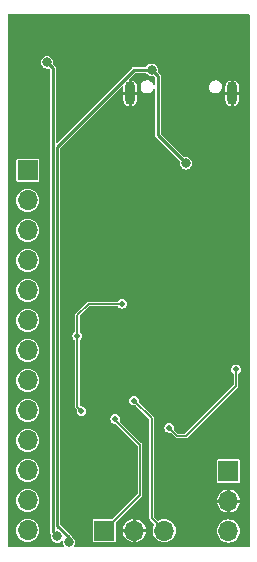
<source format=gbr>
%TF.GenerationSoftware,KiCad,Pcbnew,7.0.2*%
%TF.CreationDate,2023-07-30T01:50:32+02:00*%
%TF.ProjectId,RP2040_base_example,52503230-3430-45f6-9261-73655f657861,rev?*%
%TF.SameCoordinates,Original*%
%TF.FileFunction,Copper,L2,Bot*%
%TF.FilePolarity,Positive*%
%FSLAX46Y46*%
G04 Gerber Fmt 4.6, Leading zero omitted, Abs format (unit mm)*
G04 Created by KiCad (PCBNEW 7.0.2) date 2023-07-30 01:50:32*
%MOMM*%
%LPD*%
G01*
G04 APERTURE LIST*
%TA.AperFunction,ComponentPad*%
%ADD10R,1.700000X1.700000*%
%TD*%
%TA.AperFunction,ComponentPad*%
%ADD11O,1.700000X1.700000*%
%TD*%
%TA.AperFunction,ComponentPad*%
%ADD12O,0.900000X2.000000*%
%TD*%
%TA.AperFunction,ViaPad*%
%ADD13C,0.500000*%
%TD*%
%TA.AperFunction,ViaPad*%
%ADD14C,0.800000*%
%TD*%
%TA.AperFunction,Conductor*%
%ADD15C,0.127000*%
%TD*%
%TA.AperFunction,Conductor*%
%ADD16C,0.254000*%
%TD*%
G04 APERTURE END LIST*
D10*
%TO.P,J2,1,Pin_1*%
%TO.N,/RP2040-base/GPIO0*%
X62500000Y-55500000D03*
D11*
%TO.P,J2,2,Pin_2*%
%TO.N,/RP2040-base/GPIO1*%
X62500000Y-58040000D03*
%TO.P,J2,3,Pin_3*%
%TO.N,/RP2040-base/GPIO2*%
X62500000Y-60580000D03*
%TO.P,J2,4,Pin_4*%
%TO.N,/RP2040-base/GPIO3*%
X62500000Y-63120000D03*
%TO.P,J2,5,Pin_5*%
%TO.N,/RP2040-base/GPIO4*%
X62500000Y-65660000D03*
%TO.P,J2,6,Pin_6*%
%TO.N,/RP2040-base/GPIO5*%
X62500000Y-68200000D03*
%TO.P,J2,7,Pin_7*%
%TO.N,/RP2040-base/GPIO6*%
X62500000Y-70740000D03*
%TO.P,J2,8,Pin_8*%
%TO.N,/RP2040-base/GPIO7*%
X62500000Y-73280000D03*
%TO.P,J2,9,Pin_9*%
%TO.N,/RP2040-base/GPIO8*%
X62500000Y-75820000D03*
%TO.P,J2,10,Pin_10*%
%TO.N,/RP2040-base/GPIO9*%
X62500000Y-78360000D03*
%TO.P,J2,11,Pin_11*%
%TO.N,/RP2040-base/GPIO10*%
X62500000Y-80900000D03*
%TO.P,J2,12,Pin_12*%
%TO.N,/RP2040-base/GPIO11*%
X62500000Y-83440000D03*
%TO.P,J2,13,Pin_13*%
%TO.N,/RP2040-base/GPIO12*%
X62500000Y-85980000D03*
%TD*%
D12*
%TO.P,J3,S1,SHIELD*%
%TO.N,GND*%
X79820000Y-48960000D03*
X71180000Y-48960000D03*
%TD*%
D10*
%TO.P,SWD1,1,Pin_1*%
%TO.N,/RP2040-base/SWCLK*%
X68975000Y-86000000D03*
D11*
%TO.P,SWD1,2,Pin_2*%
%TO.N,GND*%
X71515000Y-86000000D03*
%TO.P,SWD1,3,Pin_3*%
%TO.N,/RP2040-base/SWD*%
X74055000Y-86000000D03*
%TD*%
D10*
%TO.P,J1,1,Pin_1*%
%TO.N,+3V3*%
X79500000Y-80960000D03*
D11*
%TO.P,J1,2,Pin_2*%
%TO.N,GND*%
X79500000Y-83500000D03*
%TO.P,J1,3,Pin_3*%
%TO.N,VBUS*%
X79500000Y-86040000D03*
%TD*%
D13*
%TO.N,GND*%
X67757359Y-84020815D03*
X73414214Y-70585786D03*
X74298097Y-72530330D03*
X80131728Y-69525126D03*
X69525126Y-61393398D03*
X68641243Y-79247845D03*
X76419417Y-76772971D03*
X77250000Y-66700000D03*
X69171573Y-72000000D03*
X69525126Y-79424621D03*
X74298097Y-71469670D03*
X79424621Y-68818019D03*
X72707107Y-56443651D03*
X79071068Y-74121320D03*
X68818019Y-62100505D03*
X68818019Y-64928932D03*
X70585786Y-80485281D03*
X72707107Y-54675884D03*
X72707107Y-52908117D03*
X73237437Y-73590990D03*
X70585786Y-70585786D03*
X67757359Y-78363961D03*
X66696699Y-82960155D03*
X67403806Y-67757359D03*
X68110913Y-62100505D03*
X76596194Y-65989592D03*
X80838835Y-70232233D03*
X72000000Y-69171573D03*
X70585786Y-73414214D03*
X76242641Y-64928932D03*
D14*
%TO.N,+3V3*%
X65000000Y-86500000D03*
X64135000Y-46355000D03*
D13*
X74474874Y-77303301D03*
X66696699Y-69525126D03*
X67050253Y-75889087D03*
X80131728Y-72353553D03*
X70479720Y-66802765D03*
%TO.N,/RP2040-base/SWCLK*%
X69900000Y-76550000D03*
%TO.N,/RP2040-base/SWD*%
X71500000Y-75000000D03*
D14*
%TO.N,VBUS*%
X75900000Y-54900000D03*
X66000000Y-87000000D03*
X73000000Y-47000000D03*
%TD*%
D15*
%TO.N,+3V3*%
X66696699Y-75535534D02*
X67050253Y-75889087D01*
X66696699Y-69525126D02*
X66696699Y-75535534D01*
X75181981Y-78010408D02*
X75889087Y-78010408D01*
X67651293Y-66802765D02*
X70479720Y-66802765D01*
X66696699Y-69525126D02*
X66696699Y-67757359D01*
X66696699Y-67757359D02*
X67651293Y-66802765D01*
X80131728Y-73767767D02*
X80131728Y-72353553D01*
D16*
X64619000Y-52070000D02*
X64619000Y-46839000D01*
X64619000Y-52070000D02*
X64619000Y-86119000D01*
D15*
X74474874Y-77303301D02*
X75181981Y-78010408D01*
X75889087Y-78010408D02*
X80131728Y-73767767D01*
D16*
X64619000Y-46839000D02*
X64135000Y-46355000D01*
X64619000Y-86119000D02*
X65000000Y-86500000D01*
D15*
%TO.N,/RP2040-base/SWCLK*%
X72000000Y-78747006D02*
X72000000Y-83000000D01*
X69000000Y-86000000D02*
X68975000Y-86000000D01*
X69900000Y-76550000D02*
X69900000Y-76647006D01*
X72000000Y-83000000D02*
X69000000Y-86000000D01*
X69900000Y-76647006D02*
X72000000Y-78747006D01*
%TO.N,/RP2040-base/SWD*%
X74055000Y-86000000D02*
X73000000Y-84945000D01*
X73000000Y-76500000D02*
X71500000Y-75000000D01*
X73000000Y-84945000D02*
X73000000Y-76500000D01*
D16*
%TO.N,VBUS*%
X65000000Y-53500000D02*
X71500000Y-47000000D01*
X66000000Y-87000000D02*
X66000000Y-86575104D01*
X73500000Y-52500000D02*
X75900000Y-54900000D01*
X73000000Y-47000000D02*
X73500000Y-47500000D01*
X73500000Y-47500000D02*
X73500000Y-52500000D01*
X66000000Y-86575104D02*
X65000000Y-85575104D01*
X71500000Y-47000000D02*
X73000000Y-47000000D01*
X65000000Y-85575104D02*
X65000000Y-53500000D01*
%TD*%
%TA.AperFunction,Conductor*%
%TO.N,GND*%
G36*
X81281194Y-42318806D02*
G01*
X81299500Y-42363000D01*
X81299500Y-87337000D01*
X81281194Y-87381194D01*
X81237000Y-87399500D01*
X66485091Y-87399500D01*
X66440897Y-87381194D01*
X66422591Y-87337000D01*
X66435506Y-87298953D01*
X66460770Y-87266027D01*
X66460769Y-87266027D01*
X66460771Y-87266026D01*
X66513923Y-87137705D01*
X66532052Y-87000000D01*
X66513958Y-86862558D01*
X67997500Y-86862558D01*
X68004898Y-86899748D01*
X68033078Y-86941922D01*
X68075252Y-86970102D01*
X68112442Y-86977500D01*
X68112443Y-86977500D01*
X69837557Y-86977500D01*
X69837558Y-86977500D01*
X69874748Y-86970102D01*
X69916922Y-86941922D01*
X69945102Y-86899748D01*
X69952500Y-86862558D01*
X69952500Y-86127000D01*
X70545782Y-86127000D01*
X70552136Y-86191522D01*
X70608003Y-86375692D01*
X70698724Y-86545419D01*
X70820813Y-86694186D01*
X70969580Y-86816275D01*
X71139307Y-86906996D01*
X71323477Y-86962863D01*
X71388000Y-86969217D01*
X71388000Y-86486881D01*
X71479237Y-86500000D01*
X71550763Y-86500000D01*
X71642000Y-86486881D01*
X71642000Y-86969217D01*
X71706522Y-86962863D01*
X71890692Y-86906996D01*
X72060419Y-86816275D01*
X72209186Y-86694186D01*
X72331275Y-86545419D01*
X72421996Y-86375692D01*
X72477863Y-86191522D01*
X72484218Y-86127000D01*
X71998818Y-86127000D01*
X72015000Y-86071889D01*
X72015000Y-85928111D01*
X71998818Y-85873000D01*
X72484217Y-85873000D01*
X72477863Y-85808477D01*
X72421996Y-85624307D01*
X72331275Y-85454580D01*
X72209186Y-85305813D01*
X72060419Y-85183724D01*
X71890692Y-85093003D01*
X71706524Y-85037136D01*
X71642000Y-85030780D01*
X71642000Y-85030781D01*
X71641999Y-85513117D01*
X71550763Y-85500000D01*
X71479237Y-85500000D01*
X71388000Y-85513118D01*
X71388000Y-85030781D01*
X71387999Y-85030780D01*
X71323475Y-85037136D01*
X71139307Y-85093003D01*
X70969580Y-85183724D01*
X70820813Y-85305813D01*
X70698724Y-85454580D01*
X70608003Y-85624307D01*
X70552136Y-85808477D01*
X70545782Y-85873000D01*
X71031182Y-85873000D01*
X71015000Y-85928111D01*
X71015000Y-86071889D01*
X71031182Y-86127000D01*
X70545782Y-86127000D01*
X69952500Y-86127000D01*
X69952500Y-85343502D01*
X69970805Y-85299309D01*
X72104602Y-83165511D01*
X72121676Y-83153397D01*
X72122149Y-83153170D01*
X72140462Y-83130205D01*
X72145107Y-83125006D01*
X72150275Y-83119840D01*
X72154161Y-83113654D01*
X72158196Y-83107967D01*
X72176511Y-83085003D01*
X72176626Y-83084498D01*
X72184644Y-83065142D01*
X72184919Y-83064706D01*
X72188207Y-83035518D01*
X72189377Y-83028631D01*
X72191000Y-83021521D01*
X72191000Y-83014237D01*
X72191393Y-83007240D01*
X72194680Y-82978064D01*
X72194507Y-82977570D01*
X72191000Y-82956929D01*
X72191000Y-78790076D01*
X72194507Y-78769433D01*
X72194680Y-78768941D01*
X72191393Y-78739766D01*
X72191000Y-78732769D01*
X72191000Y-78725488D01*
X72191000Y-78725485D01*
X72189375Y-78718368D01*
X72188203Y-78711466D01*
X72184918Y-78682301D01*
X72184918Y-78682300D01*
X72184637Y-78681854D01*
X72176626Y-78662510D01*
X72176511Y-78662003D01*
X72176509Y-78662000D01*
X72158203Y-78639045D01*
X72154153Y-78633338D01*
X72150275Y-78627166D01*
X72145121Y-78622012D01*
X72140460Y-78616797D01*
X72122149Y-78593836D01*
X72122146Y-78593834D01*
X72121671Y-78593605D01*
X72104600Y-78581491D01*
X70291284Y-76768175D01*
X70272978Y-76723981D01*
X70279791Y-76695606D01*
X70289497Y-76676557D01*
X70289497Y-76676556D01*
X70289498Y-76676555D01*
X70309542Y-76550000D01*
X70289498Y-76423445D01*
X70285450Y-76415500D01*
X70231326Y-76309276D01*
X70140723Y-76218673D01*
X70026556Y-76160502D01*
X69900000Y-76140458D01*
X69773443Y-76160502D01*
X69659276Y-76218673D01*
X69568673Y-76309276D01*
X69510502Y-76423443D01*
X69490458Y-76550000D01*
X69510502Y-76676556D01*
X69568673Y-76790723D01*
X69659276Y-76881326D01*
X69723016Y-76913803D01*
X69773445Y-76939498D01*
X69900000Y-76959542D01*
X69905165Y-76958723D01*
X69951676Y-76969886D01*
X69959138Y-76976259D01*
X71790694Y-78807815D01*
X71809000Y-78852009D01*
X71809000Y-82894997D01*
X71790694Y-82939191D01*
X69725691Y-85004194D01*
X69681497Y-85022500D01*
X68112442Y-85022500D01*
X68093846Y-85026199D01*
X68075251Y-85029898D01*
X68033078Y-85058078D01*
X68004898Y-85100251D01*
X67997500Y-85137442D01*
X67997500Y-86862558D01*
X66513958Y-86862558D01*
X66513923Y-86862295D01*
X66460771Y-86733974D01*
X66460770Y-86733973D01*
X66460770Y-86733972D01*
X66376218Y-86623781D01*
X66268549Y-86541165D01*
X66245297Y-86503772D01*
X66239734Y-86475803D01*
X66202326Y-86419818D01*
X66194270Y-86407761D01*
X66194260Y-86407748D01*
X66183484Y-86391620D01*
X66167346Y-86380837D01*
X66157880Y-86373067D01*
X65272806Y-85487992D01*
X65254500Y-85443798D01*
X65254500Y-69651681D01*
X65254500Y-69525126D01*
X66287157Y-69525126D01*
X66307201Y-69651682D01*
X66365372Y-69765849D01*
X66432062Y-69832538D01*
X66455976Y-69856452D01*
X66471573Y-69864399D01*
X66502640Y-69900773D01*
X66505699Y-69920087D01*
X66505699Y-75492463D01*
X66502192Y-75513105D01*
X66502018Y-75513600D01*
X66505305Y-75542774D01*
X66505698Y-75549761D01*
X66505699Y-75557055D01*
X66507320Y-75564157D01*
X66508493Y-75571063D01*
X66511780Y-75600239D01*
X66512058Y-75600681D01*
X66520070Y-75620023D01*
X66520186Y-75620535D01*
X66538490Y-75643486D01*
X66542547Y-75649204D01*
X66546424Y-75655374D01*
X66551575Y-75660525D01*
X66556246Y-75665751D01*
X66574550Y-75688704D01*
X66575024Y-75688932D01*
X66592097Y-75701047D01*
X66637255Y-75746205D01*
X66655561Y-75790399D01*
X66654792Y-75800175D01*
X66640711Y-75889086D01*
X66660755Y-76015643D01*
X66718926Y-76129810D01*
X66809529Y-76220413D01*
X66923696Y-76278584D01*
X66923698Y-76278585D01*
X67050253Y-76298629D01*
X67176808Y-76278585D01*
X67290976Y-76220413D01*
X67381579Y-76129810D01*
X67439751Y-76015642D01*
X67459795Y-75889087D01*
X67439751Y-75762532D01*
X67408423Y-75701047D01*
X67381579Y-75648363D01*
X67290976Y-75557760D01*
X67176809Y-75499589D01*
X67068645Y-75482458D01*
X67050253Y-75479545D01*
X67050252Y-75479545D01*
X66961341Y-75493626D01*
X66914828Y-75482458D01*
X66907371Y-75476089D01*
X66906005Y-75474723D01*
X66887699Y-75430529D01*
X66887699Y-75000000D01*
X71090458Y-75000000D01*
X71110502Y-75126556D01*
X71168673Y-75240723D01*
X71259276Y-75331326D01*
X71373443Y-75389497D01*
X71373445Y-75389498D01*
X71500000Y-75409542D01*
X71588910Y-75395459D01*
X71635422Y-75406625D01*
X71642880Y-75412995D01*
X72790694Y-76560809D01*
X72809000Y-76605003D01*
X72809000Y-84901929D01*
X72805493Y-84922570D01*
X72805320Y-84923064D01*
X72808607Y-84952237D01*
X72809000Y-84959235D01*
X72809000Y-84966520D01*
X72810621Y-84973624D01*
X72811794Y-84980530D01*
X72815081Y-85009705D01*
X72815359Y-85010147D01*
X72823371Y-85029489D01*
X72823487Y-85030001D01*
X72841791Y-85052952D01*
X72845848Y-85058670D01*
X72849725Y-85064840D01*
X72854876Y-85069991D01*
X72859548Y-85075219D01*
X72873359Y-85092538D01*
X72877851Y-85098170D01*
X72878325Y-85098398D01*
X72895398Y-85110513D01*
X73205836Y-85420951D01*
X73224142Y-85465145D01*
X73216762Y-85494607D01*
X73147538Y-85624114D01*
X73091642Y-85808377D01*
X73072770Y-86000000D01*
X73091642Y-86191622D01*
X73147538Y-86375885D01*
X73200946Y-86475803D01*
X73238306Y-86545698D01*
X73360459Y-86694541D01*
X73509302Y-86816694D01*
X73584137Y-86856694D01*
X73679114Y-86907461D01*
X73679116Y-86907461D01*
X73679117Y-86907462D01*
X73863376Y-86963357D01*
X74055000Y-86982230D01*
X74246624Y-86963357D01*
X74430883Y-86907462D01*
X74600698Y-86816694D01*
X74749541Y-86694541D01*
X74871694Y-86545698D01*
X74962462Y-86375883D01*
X75018357Y-86191624D01*
X75033290Y-86040000D01*
X78517770Y-86040000D01*
X78536642Y-86231622D01*
X78592538Y-86415885D01*
X78677799Y-86575396D01*
X78683306Y-86585698D01*
X78805459Y-86734541D01*
X78954302Y-86856694D01*
X79011863Y-86887461D01*
X79124114Y-86947461D01*
X79124116Y-86947461D01*
X79124117Y-86947462D01*
X79308376Y-87003357D01*
X79500000Y-87022230D01*
X79691624Y-87003357D01*
X79875883Y-86947462D01*
X80045698Y-86856694D01*
X80194541Y-86734541D01*
X80316694Y-86585698D01*
X80407462Y-86415883D01*
X80463357Y-86231624D01*
X80482230Y-86040000D01*
X80463357Y-85848376D01*
X80407462Y-85664117D01*
X80407461Y-85664116D01*
X80407461Y-85664114D01*
X80327928Y-85515320D01*
X80316694Y-85494302D01*
X80194541Y-85345459D01*
X80045698Y-85223306D01*
X80035396Y-85217799D01*
X79875885Y-85132538D01*
X79691622Y-85076642D01*
X79500000Y-85057770D01*
X79308377Y-85076642D01*
X79124114Y-85132538D01*
X78954303Y-85223305D01*
X78805459Y-85345459D01*
X78683305Y-85494303D01*
X78592538Y-85664114D01*
X78536642Y-85848377D01*
X78517770Y-86040000D01*
X75033290Y-86040000D01*
X75037230Y-86000000D01*
X75018357Y-85808376D01*
X74962462Y-85624117D01*
X74962461Y-85624116D01*
X74962461Y-85624114D01*
X74893074Y-85494302D01*
X74871694Y-85454302D01*
X74749541Y-85305459D01*
X74600698Y-85183306D01*
X74560392Y-85161762D01*
X74430885Y-85092538D01*
X74246622Y-85036642D01*
X74055000Y-85017770D01*
X73863377Y-85036642D01*
X73679114Y-85092538D01*
X73549607Y-85161762D01*
X73502002Y-85166451D01*
X73475951Y-85150836D01*
X73209306Y-84884191D01*
X73191000Y-84839997D01*
X73191000Y-83627000D01*
X78530782Y-83627000D01*
X78537136Y-83691522D01*
X78593003Y-83875692D01*
X78683724Y-84045419D01*
X78805813Y-84194186D01*
X78954580Y-84316275D01*
X79124307Y-84406996D01*
X79308477Y-84462863D01*
X79373000Y-84469217D01*
X79373000Y-83986881D01*
X79464237Y-84000000D01*
X79535763Y-84000000D01*
X79627000Y-83986881D01*
X79627000Y-84469217D01*
X79691522Y-84462863D01*
X79875692Y-84406996D01*
X80045419Y-84316275D01*
X80194186Y-84194186D01*
X80316275Y-84045419D01*
X80406996Y-83875692D01*
X80462863Y-83691522D01*
X80469218Y-83627000D01*
X79983818Y-83627000D01*
X80000000Y-83571889D01*
X80000000Y-83428111D01*
X79983818Y-83373000D01*
X80469217Y-83373000D01*
X80462863Y-83308477D01*
X80406996Y-83124307D01*
X80316275Y-82954580D01*
X80194186Y-82805813D01*
X80045419Y-82683724D01*
X79875692Y-82593003D01*
X79691524Y-82537136D01*
X79627000Y-82530780D01*
X79627000Y-83013118D01*
X79535763Y-83000000D01*
X79464237Y-83000000D01*
X79373000Y-83013118D01*
X79373000Y-82530781D01*
X79372999Y-82530780D01*
X79308475Y-82537136D01*
X79124307Y-82593003D01*
X78954580Y-82683724D01*
X78805813Y-82805813D01*
X78683724Y-82954580D01*
X78593003Y-83124307D01*
X78537136Y-83308477D01*
X78530782Y-83373000D01*
X79016182Y-83373000D01*
X79000000Y-83428111D01*
X79000000Y-83571889D01*
X79016182Y-83627000D01*
X78530782Y-83627000D01*
X73191000Y-83627000D01*
X73191000Y-81822558D01*
X78522500Y-81822558D01*
X78529898Y-81859748D01*
X78558078Y-81901922D01*
X78600252Y-81930102D01*
X78637442Y-81937500D01*
X78637443Y-81937500D01*
X80362557Y-81937500D01*
X80362558Y-81937500D01*
X80399748Y-81930102D01*
X80441922Y-81901922D01*
X80470102Y-81859748D01*
X80477500Y-81822558D01*
X80477500Y-80097442D01*
X80470102Y-80060252D01*
X80441922Y-80018078D01*
X80399748Y-79989898D01*
X80362558Y-79982500D01*
X78637442Y-79982500D01*
X78618846Y-79986199D01*
X78600251Y-79989898D01*
X78558078Y-80018078D01*
X78529898Y-80060251D01*
X78529897Y-80060252D01*
X78529898Y-80060252D01*
X78522500Y-80097442D01*
X78522500Y-81822558D01*
X73191000Y-81822558D01*
X73191000Y-77303300D01*
X74065332Y-77303300D01*
X74085376Y-77429857D01*
X74143547Y-77544024D01*
X74234150Y-77634627D01*
X74348317Y-77692798D01*
X74348319Y-77692799D01*
X74474874Y-77712843D01*
X74563784Y-77698760D01*
X74610296Y-77709926D01*
X74617754Y-77716296D01*
X75016466Y-78115008D01*
X75028580Y-78132079D01*
X75028809Y-78132554D01*
X75028811Y-78132557D01*
X75051772Y-78150868D01*
X75056987Y-78155529D01*
X75062141Y-78160683D01*
X75068313Y-78164561D01*
X75074020Y-78168611D01*
X75096975Y-78186917D01*
X75096978Y-78186919D01*
X75097485Y-78187034D01*
X75116829Y-78195045D01*
X75117275Y-78195326D01*
X75146448Y-78198612D01*
X75153343Y-78199783D01*
X75160460Y-78201408D01*
X75167745Y-78201408D01*
X75174742Y-78201801D01*
X75177975Y-78202165D01*
X75203916Y-78205088D01*
X75204410Y-78204914D01*
X75225052Y-78201408D01*
X75846016Y-78201408D01*
X75866657Y-78204914D01*
X75867152Y-78205088D01*
X75893420Y-78202128D01*
X75896326Y-78201801D01*
X75903323Y-78201408D01*
X75910610Y-78201408D01*
X75917708Y-78199787D01*
X75924621Y-78198611D01*
X75953793Y-78195326D01*
X75954228Y-78195052D01*
X75973583Y-78187035D01*
X75974090Y-78186919D01*
X75997038Y-78168617D01*
X76002749Y-78164563D01*
X76008927Y-78160683D01*
X76014093Y-78155515D01*
X76019292Y-78150870D01*
X76042257Y-78132557D01*
X76042484Y-78132084D01*
X76054598Y-78115010D01*
X80236330Y-73933278D01*
X80253404Y-73921164D01*
X80253877Y-73920937D01*
X80272190Y-73897972D01*
X80276835Y-73892773D01*
X80282003Y-73887607D01*
X80285883Y-73881429D01*
X80289937Y-73875718D01*
X80308239Y-73852770D01*
X80308355Y-73852263D01*
X80316373Y-73832907D01*
X80316646Y-73832473D01*
X80319931Y-73803301D01*
X80321107Y-73796388D01*
X80322728Y-73789289D01*
X80322728Y-73782002D01*
X80323121Y-73775004D01*
X80326408Y-73745832D01*
X80326346Y-73745656D01*
X80326235Y-73745336D01*
X80322728Y-73724695D01*
X80322728Y-73280000D01*
X80322728Y-72748511D01*
X80341033Y-72704320D01*
X80356854Y-72692826D01*
X80372451Y-72684879D01*
X80463054Y-72594276D01*
X80521226Y-72480108D01*
X80541270Y-72353553D01*
X80521226Y-72226998D01*
X80521225Y-72226996D01*
X80463054Y-72112829D01*
X80372451Y-72022226D01*
X80258284Y-71964055D01*
X80131728Y-71944011D01*
X80005171Y-71964055D01*
X79891004Y-72022226D01*
X79800401Y-72112829D01*
X79742230Y-72226996D01*
X79722186Y-72353552D01*
X79742230Y-72480109D01*
X79800401Y-72594276D01*
X79891004Y-72684877D01*
X79891005Y-72684879D01*
X79906602Y-72692826D01*
X79937669Y-72729200D01*
X79940728Y-72748514D01*
X79940728Y-73662764D01*
X79922422Y-73706958D01*
X75828278Y-77801102D01*
X75784084Y-77819408D01*
X75286984Y-77819408D01*
X75242790Y-77801102D01*
X74887869Y-77446181D01*
X74869563Y-77401987D01*
X74870331Y-77392222D01*
X74884416Y-77303301D01*
X74864372Y-77176746D01*
X74864371Y-77176744D01*
X74806200Y-77062577D01*
X74715597Y-76971974D01*
X74601430Y-76913803D01*
X74538151Y-76903781D01*
X74474874Y-76893759D01*
X74474873Y-76893759D01*
X74348317Y-76913803D01*
X74234150Y-76971974D01*
X74143547Y-77062577D01*
X74085376Y-77176744D01*
X74065332Y-77303300D01*
X73191000Y-77303300D01*
X73191000Y-76543070D01*
X73194507Y-76522427D01*
X73194680Y-76521935D01*
X73191393Y-76492760D01*
X73191000Y-76485763D01*
X73191000Y-76478482D01*
X73191000Y-76478479D01*
X73189375Y-76471362D01*
X73188203Y-76464460D01*
X73184918Y-76435295D01*
X73184918Y-76435294D01*
X73184637Y-76434848D01*
X73176626Y-76415504D01*
X73176511Y-76414997D01*
X73176509Y-76414994D01*
X73158203Y-76392039D01*
X73154153Y-76386332D01*
X73150275Y-76380160D01*
X73145121Y-76375006D01*
X73140460Y-76369791D01*
X73122149Y-76346830D01*
X73122146Y-76346828D01*
X73121671Y-76346599D01*
X73104600Y-76334485D01*
X71912995Y-75142880D01*
X71894689Y-75098686D01*
X71895457Y-75088921D01*
X71909542Y-75000000D01*
X71889498Y-74873445D01*
X71871321Y-74837770D01*
X71831326Y-74759276D01*
X71740723Y-74668673D01*
X71626556Y-74610502D01*
X71500000Y-74590458D01*
X71373443Y-74610502D01*
X71259276Y-74668673D01*
X71168673Y-74759276D01*
X71110502Y-74873443D01*
X71090458Y-75000000D01*
X66887699Y-75000000D01*
X66887699Y-72000000D01*
X69171573Y-72000000D01*
X72000000Y-74828427D01*
X74828427Y-72000000D01*
X72000000Y-69171573D01*
X69171573Y-72000000D01*
X66887699Y-72000000D01*
X66887699Y-69920087D01*
X66906005Y-69875893D01*
X66921825Y-69864399D01*
X66937422Y-69856452D01*
X67028025Y-69765849D01*
X67086197Y-69651681D01*
X67106241Y-69525126D01*
X67086197Y-69398571D01*
X67086196Y-69398569D01*
X67028025Y-69284402D01*
X66937423Y-69193800D01*
X66921824Y-69185852D01*
X66890758Y-69149477D01*
X66887699Y-69130164D01*
X66887699Y-67862361D01*
X66906005Y-67818167D01*
X67712102Y-67012071D01*
X67756296Y-66993765D01*
X70084759Y-66993765D01*
X70128953Y-67012071D01*
X70140447Y-67027891D01*
X70148394Y-67043488D01*
X70238996Y-67134091D01*
X70353163Y-67192262D01*
X70353165Y-67192263D01*
X70479720Y-67212307D01*
X70606275Y-67192263D01*
X70720443Y-67134091D01*
X70811046Y-67043488D01*
X70869218Y-66929320D01*
X70889262Y-66802765D01*
X70869218Y-66676210D01*
X70857132Y-66652490D01*
X70811046Y-66562041D01*
X70720443Y-66471438D01*
X70606276Y-66413267D01*
X70542997Y-66403244D01*
X70479720Y-66393223D01*
X70479719Y-66393223D01*
X70353163Y-66413267D01*
X70238996Y-66471438D01*
X70148394Y-66562041D01*
X70140447Y-66577639D01*
X70104073Y-66608706D01*
X70084759Y-66611765D01*
X67694364Y-66611765D01*
X67673722Y-66608258D01*
X67673228Y-66608085D01*
X67673227Y-66608085D01*
X67644054Y-66611372D01*
X67637057Y-66611765D01*
X67629772Y-66611765D01*
X67622668Y-66613386D01*
X67615763Y-66614559D01*
X67586587Y-66617846D01*
X67586140Y-66618128D01*
X67566804Y-66626136D01*
X67566289Y-66626253D01*
X67543332Y-66644561D01*
X67537619Y-66648615D01*
X67531453Y-66652489D01*
X67526295Y-66657647D01*
X67521074Y-66662311D01*
X67498122Y-66680615D01*
X67497894Y-66681090D01*
X67485780Y-66698161D01*
X66592095Y-67591846D01*
X66575024Y-67603960D01*
X66574549Y-67604188D01*
X66556245Y-67627140D01*
X66551581Y-67632361D01*
X66546423Y-67637519D01*
X66542549Y-67643685D01*
X66538495Y-67649398D01*
X66520187Y-67672355D01*
X66520070Y-67672870D01*
X66512062Y-67692206D01*
X66511780Y-67692653D01*
X66508493Y-67721829D01*
X66507320Y-67728734D01*
X66505699Y-67735838D01*
X66505699Y-67743122D01*
X66505306Y-67750119D01*
X66502019Y-67779293D01*
X66502192Y-67779788D01*
X66505699Y-67800430D01*
X66505699Y-69130164D01*
X66487393Y-69174358D01*
X66471574Y-69185852D01*
X66455974Y-69193800D01*
X66365372Y-69284402D01*
X66307201Y-69398569D01*
X66287157Y-69525126D01*
X65254500Y-69525126D01*
X65254499Y-53631302D01*
X65272803Y-53587114D01*
X70496307Y-48363610D01*
X70540500Y-48345305D01*
X70584694Y-48363611D01*
X70603000Y-48407805D01*
X70603000Y-48833000D01*
X70880000Y-48833000D01*
X70880000Y-49087000D01*
X70603000Y-49087000D01*
X70603000Y-49545773D01*
X70603267Y-49549851D01*
X70617850Y-49660624D01*
X70675992Y-49800991D01*
X70768478Y-49921520D01*
X70889007Y-50014007D01*
X71029373Y-50072148D01*
X71053000Y-50075258D01*
X71053000Y-49785772D01*
X71151840Y-49813895D01*
X71263521Y-49803546D01*
X71307000Y-49781895D01*
X71307000Y-50075257D01*
X71330629Y-50072148D01*
X71470986Y-50014011D01*
X71591521Y-49921521D01*
X71684008Y-49800989D01*
X71742149Y-49660624D01*
X71756732Y-49549851D01*
X71757000Y-49545773D01*
X71757000Y-49087000D01*
X71480000Y-49087000D01*
X71480000Y-48833000D01*
X71757000Y-48833000D01*
X71757000Y-48374226D01*
X71756732Y-48370148D01*
X71742149Y-48259375D01*
X71684007Y-48119008D01*
X71591521Y-47998479D01*
X71470991Y-47905991D01*
X71330625Y-47847850D01*
X71307000Y-47844739D01*
X71307000Y-48134227D01*
X71208160Y-48106105D01*
X71096479Y-48116454D01*
X71053000Y-48138104D01*
X71053000Y-47832805D01*
X71071305Y-47788612D01*
X71587112Y-47272806D01*
X71631306Y-47254500D01*
X72499563Y-47254500D01*
X72543757Y-47272806D01*
X72549148Y-47278953D01*
X72623781Y-47376218D01*
X72733972Y-47460770D01*
X72733973Y-47460770D01*
X72733974Y-47460771D01*
X72862295Y-47513923D01*
X73000000Y-47532052D01*
X73121552Y-47516049D01*
X73167756Y-47528429D01*
X73173894Y-47533811D01*
X73227195Y-47587112D01*
X73245500Y-47631303D01*
X73245500Y-48204725D01*
X73227194Y-48248919D01*
X73183000Y-48267225D01*
X73138806Y-48248919D01*
X73127507Y-48233479D01*
X73067268Y-48117223D01*
X72963229Y-48005824D01*
X72832989Y-47926624D01*
X72686215Y-47885500D01*
X72686214Y-47885500D01*
X72572073Y-47885500D01*
X72569975Y-47885788D01*
X72569965Y-47885789D01*
X72458991Y-47901043D01*
X72319181Y-47961770D01*
X72200941Y-48057965D01*
X72113037Y-48182497D01*
X72061993Y-48326122D01*
X72051591Y-48478193D01*
X72051592Y-48478196D01*
X72082604Y-48627436D01*
X72118910Y-48697504D01*
X72152732Y-48762776D01*
X72256770Y-48874175D01*
X72387010Y-48953375D01*
X72533785Y-48994500D01*
X72533786Y-48994500D01*
X72645798Y-48994500D01*
X72647927Y-48994500D01*
X72761009Y-48978957D01*
X72900818Y-48918230D01*
X73019058Y-48822034D01*
X73106961Y-48697504D01*
X73124108Y-48649255D01*
X73156157Y-48613743D01*
X73203930Y-48611294D01*
X73239442Y-48643342D01*
X73245500Y-48670185D01*
X73245500Y-52468778D01*
X73244299Y-52480970D01*
X73240514Y-52499999D01*
X73260265Y-52599300D01*
X73305730Y-52667344D01*
X73305735Y-52667350D01*
X73316516Y-52683484D01*
X73332644Y-52694260D01*
X73342115Y-52702033D01*
X75366178Y-54726095D01*
X75384484Y-54770289D01*
X75383949Y-54778446D01*
X75367947Y-54899999D01*
X75386076Y-55037703D01*
X75439229Y-55166027D01*
X75523781Y-55276218D01*
X75633972Y-55360770D01*
X75633973Y-55360770D01*
X75633974Y-55360771D01*
X75762295Y-55413923D01*
X75900000Y-55432052D01*
X76037705Y-55413923D01*
X76166026Y-55360771D01*
X76276218Y-55276218D01*
X76360771Y-55166026D01*
X76413923Y-55037705D01*
X76432052Y-54900000D01*
X76413923Y-54762295D01*
X76360771Y-54633974D01*
X76360770Y-54633973D01*
X76360770Y-54633972D01*
X76276218Y-54523781D01*
X76166027Y-54439229D01*
X76037703Y-54386076D01*
X75899999Y-54367947D01*
X75778446Y-54383949D01*
X75732241Y-54371568D01*
X75726095Y-54366178D01*
X73772806Y-52412888D01*
X73754500Y-52368694D01*
X73754500Y-49545773D01*
X79243000Y-49545773D01*
X79243267Y-49549851D01*
X79257850Y-49660624D01*
X79315992Y-49800991D01*
X79408478Y-49921520D01*
X79529007Y-50014007D01*
X79669373Y-50072148D01*
X79693000Y-50075258D01*
X79693000Y-49785772D01*
X79791840Y-49813895D01*
X79903521Y-49803546D01*
X79947000Y-49781895D01*
X79947000Y-50075257D01*
X79970629Y-50072148D01*
X80110986Y-50014011D01*
X80231521Y-49921521D01*
X80324008Y-49800989D01*
X80382149Y-49660624D01*
X80396732Y-49549851D01*
X80397000Y-49545773D01*
X80397000Y-49087000D01*
X80120000Y-49087000D01*
X80120000Y-48833000D01*
X80397000Y-48833000D01*
X80397000Y-48374226D01*
X80396732Y-48370148D01*
X80382149Y-48259375D01*
X80324007Y-48119008D01*
X80231521Y-47998479D01*
X80110991Y-47905991D01*
X79970625Y-47847850D01*
X79947000Y-47844739D01*
X79947000Y-48134227D01*
X79848160Y-48106105D01*
X79736479Y-48116454D01*
X79693000Y-48138104D01*
X79693000Y-47844740D01*
X79692999Y-47844739D01*
X79669376Y-47847850D01*
X79529010Y-47905991D01*
X79408478Y-47998478D01*
X79315991Y-48119010D01*
X79257850Y-48259375D01*
X79243267Y-48370148D01*
X79243000Y-48374226D01*
X79243000Y-48833000D01*
X79520000Y-48833000D01*
X79520000Y-49087000D01*
X79243000Y-49087000D01*
X79243000Y-49545773D01*
X73754500Y-49545773D01*
X73754500Y-48478193D01*
X77831591Y-48478193D01*
X77831592Y-48478196D01*
X77862604Y-48627436D01*
X77898910Y-48697504D01*
X77932732Y-48762776D01*
X78036770Y-48874175D01*
X78167010Y-48953375D01*
X78313785Y-48994500D01*
X78313786Y-48994500D01*
X78425798Y-48994500D01*
X78427927Y-48994500D01*
X78541009Y-48978957D01*
X78680818Y-48918230D01*
X78799058Y-48822034D01*
X78886961Y-48697504D01*
X78938006Y-48553877D01*
X78948408Y-48401804D01*
X78917396Y-48252564D01*
X78847269Y-48117225D01*
X78835124Y-48104221D01*
X78743229Y-48005824D01*
X78612989Y-47926624D01*
X78466215Y-47885500D01*
X78466214Y-47885500D01*
X78352073Y-47885500D01*
X78349975Y-47885788D01*
X78349965Y-47885789D01*
X78238991Y-47901043D01*
X78099181Y-47961770D01*
X77980941Y-48057965D01*
X77893037Y-48182497D01*
X77841993Y-48326122D01*
X77831591Y-48478193D01*
X73754500Y-48478193D01*
X73754500Y-47531220D01*
X73755701Y-47519027D01*
X73759486Y-47500000D01*
X73743111Y-47417679D01*
X73739734Y-47400699D01*
X73683484Y-47316516D01*
X73667346Y-47305733D01*
X73657880Y-47297963D01*
X73533820Y-47173903D01*
X73515514Y-47129709D01*
X73516048Y-47121561D01*
X73532052Y-47000000D01*
X73513923Y-46862295D01*
X73460771Y-46733974D01*
X73460770Y-46733973D01*
X73460770Y-46733972D01*
X73376218Y-46623781D01*
X73266027Y-46539229D01*
X73137703Y-46486076D01*
X73000000Y-46467948D01*
X72862296Y-46486076D01*
X72733972Y-46539229D01*
X72623781Y-46623781D01*
X72549148Y-46721047D01*
X72507721Y-46744965D01*
X72499563Y-46745500D01*
X71531217Y-46745500D01*
X71519025Y-46744299D01*
X71500000Y-46740514D01*
X71480975Y-46744299D01*
X71480965Y-46744299D01*
X71384754Y-46763437D01*
X71383139Y-46768762D01*
X71369551Y-46781077D01*
X71337767Y-46802315D01*
X71337706Y-46802356D01*
X71316514Y-46816516D01*
X71305735Y-46832648D01*
X71297964Y-46842116D01*
X64980194Y-53159887D01*
X64936000Y-53178193D01*
X64891806Y-53159887D01*
X64873500Y-53115693D01*
X64873500Y-52019046D01*
X64873499Y-52019044D01*
X64873499Y-49537802D01*
X64873499Y-46870205D01*
X64874698Y-46858036D01*
X64878485Y-46839000D01*
X64874701Y-46819975D01*
X64874701Y-46819970D01*
X64858734Y-46739699D01*
X64846271Y-46721047D01*
X64802484Y-46655516D01*
X64786346Y-46644733D01*
X64776880Y-46636963D01*
X64668820Y-46528903D01*
X64650514Y-46484709D01*
X64651048Y-46476561D01*
X64667052Y-46355000D01*
X64648923Y-46217295D01*
X64595771Y-46088974D01*
X64595770Y-46088973D01*
X64595770Y-46088972D01*
X64511218Y-45978781D01*
X64401027Y-45894229D01*
X64272703Y-45841076D01*
X64135000Y-45822948D01*
X63997296Y-45841076D01*
X63868972Y-45894229D01*
X63758781Y-45978781D01*
X63674229Y-46088972D01*
X63621076Y-46217296D01*
X63602948Y-46355000D01*
X63621076Y-46492703D01*
X63674229Y-46621027D01*
X63758781Y-46731218D01*
X63868972Y-46815770D01*
X63868973Y-46815770D01*
X63868974Y-46815771D01*
X63997295Y-46868923D01*
X64135000Y-46887052D01*
X64256552Y-46871049D01*
X64302756Y-46883429D01*
X64308894Y-46888811D01*
X64346195Y-46926112D01*
X64364500Y-46970303D01*
X64364500Y-86087778D01*
X64363299Y-86099970D01*
X64359514Y-86119000D01*
X64361105Y-86127000D01*
X64363299Y-86138027D01*
X64363299Y-86138029D01*
X64372626Y-86184917D01*
X64379265Y-86218300D01*
X64424730Y-86286344D01*
X64424735Y-86286350D01*
X64435516Y-86302484D01*
X64451645Y-86313261D01*
X64461116Y-86321034D01*
X64466179Y-86326097D01*
X64484485Y-86370291D01*
X64483950Y-86378449D01*
X64467947Y-86499999D01*
X64486076Y-86637703D01*
X64539229Y-86766027D01*
X64623781Y-86876218D01*
X64733972Y-86960770D01*
X64733973Y-86960770D01*
X64733974Y-86960771D01*
X64862295Y-87013923D01*
X65000000Y-87032052D01*
X65137705Y-87013923D01*
X65266026Y-86960771D01*
X65376218Y-86876218D01*
X65376218Y-86876217D01*
X65376675Y-86875867D01*
X65422881Y-86863487D01*
X65464308Y-86887404D01*
X65476688Y-86933610D01*
X65467947Y-86999999D01*
X65486076Y-87137703D01*
X65539229Y-87266027D01*
X65564494Y-87298953D01*
X65576874Y-87345158D01*
X65552956Y-87386585D01*
X65514909Y-87399500D01*
X60863000Y-87399500D01*
X60818806Y-87381194D01*
X60800500Y-87337000D01*
X60800500Y-85980000D01*
X61517770Y-85980000D01*
X61536642Y-86171622D01*
X61592538Y-86355885D01*
X61669570Y-86500000D01*
X61683306Y-86525698D01*
X61805459Y-86674541D01*
X61954302Y-86796694D01*
X62034058Y-86839324D01*
X62124114Y-86887461D01*
X62124116Y-86887461D01*
X62124117Y-86887462D01*
X62308376Y-86943357D01*
X62500000Y-86962230D01*
X62691624Y-86943357D01*
X62875883Y-86887462D01*
X63045698Y-86796694D01*
X63194541Y-86674541D01*
X63316694Y-86525698D01*
X63407462Y-86355883D01*
X63463357Y-86171624D01*
X63482230Y-85980000D01*
X63463357Y-85788376D01*
X63407462Y-85604117D01*
X63407461Y-85604116D01*
X63407461Y-85604114D01*
X63333180Y-85465145D01*
X63316694Y-85434302D01*
X63194541Y-85285459D01*
X63045698Y-85163306D01*
X62997310Y-85137442D01*
X62875885Y-85072538D01*
X62691622Y-85016642D01*
X62520933Y-84999831D01*
X62500000Y-84997770D01*
X62499999Y-84997770D01*
X62308377Y-85016642D01*
X62124114Y-85072538D01*
X61954303Y-85163305D01*
X61805459Y-85285459D01*
X61683305Y-85434303D01*
X61592538Y-85604114D01*
X61536642Y-85788377D01*
X61517770Y-85980000D01*
X60800500Y-85980000D01*
X60800500Y-83440000D01*
X61517770Y-83440000D01*
X61536642Y-83631622D01*
X61592538Y-83815885D01*
X61677799Y-83975396D01*
X61683306Y-83985698D01*
X61805459Y-84134541D01*
X61954302Y-84256694D01*
X62034058Y-84299324D01*
X62124114Y-84347461D01*
X62124116Y-84347461D01*
X62124117Y-84347462D01*
X62308376Y-84403357D01*
X62500000Y-84422230D01*
X62691624Y-84403357D01*
X62875883Y-84347462D01*
X63045698Y-84256694D01*
X63194541Y-84134541D01*
X63316694Y-83985698D01*
X63407462Y-83815883D01*
X63463357Y-83631624D01*
X63482230Y-83440000D01*
X63463357Y-83248376D01*
X63407462Y-83064117D01*
X63407461Y-83064116D01*
X63407461Y-83064114D01*
X63348913Y-82954580D01*
X63316694Y-82894302D01*
X63194541Y-82745459D01*
X63045698Y-82623306D01*
X63035396Y-82617799D01*
X62875885Y-82532538D01*
X62691622Y-82476642D01*
X62520933Y-82459831D01*
X62500000Y-82457770D01*
X62499999Y-82457770D01*
X62308377Y-82476642D01*
X62124114Y-82532538D01*
X61954303Y-82623305D01*
X61805459Y-82745459D01*
X61683305Y-82894303D01*
X61592538Y-83064114D01*
X61536642Y-83248377D01*
X61517770Y-83440000D01*
X60800500Y-83440000D01*
X60800500Y-80899999D01*
X61517770Y-80899999D01*
X61536642Y-81091622D01*
X61592538Y-81275885D01*
X61677799Y-81435396D01*
X61683306Y-81445698D01*
X61805459Y-81594541D01*
X61954302Y-81716694D01*
X62034058Y-81759324D01*
X62124114Y-81807461D01*
X62124116Y-81807461D01*
X62124117Y-81807462D01*
X62308376Y-81863357D01*
X62500000Y-81882230D01*
X62691624Y-81863357D01*
X62875883Y-81807462D01*
X63045698Y-81716694D01*
X63194541Y-81594541D01*
X63316694Y-81445698D01*
X63407462Y-81275883D01*
X63463357Y-81091624D01*
X63482230Y-80900000D01*
X63463357Y-80708376D01*
X63407462Y-80524117D01*
X63407461Y-80524116D01*
X63407461Y-80524114D01*
X63359324Y-80434058D01*
X63316694Y-80354302D01*
X63194541Y-80205459D01*
X63045698Y-80083306D01*
X63002567Y-80060252D01*
X62875885Y-79992538D01*
X62691622Y-79936642D01*
X62520933Y-79919831D01*
X62500000Y-79917770D01*
X62499999Y-79917770D01*
X62308377Y-79936642D01*
X62124114Y-79992538D01*
X61954303Y-80083305D01*
X61805459Y-80205459D01*
X61683305Y-80354303D01*
X61592538Y-80524114D01*
X61536642Y-80708377D01*
X61517770Y-80899999D01*
X60800500Y-80899999D01*
X60800500Y-78360000D01*
X61517770Y-78360000D01*
X61536642Y-78551622D01*
X61592538Y-78735885D01*
X61677799Y-78895396D01*
X61683306Y-78905698D01*
X61805459Y-79054541D01*
X61954302Y-79176694D01*
X62034058Y-79219324D01*
X62124114Y-79267461D01*
X62124116Y-79267461D01*
X62124117Y-79267462D01*
X62308376Y-79323357D01*
X62500000Y-79342230D01*
X62691624Y-79323357D01*
X62875883Y-79267462D01*
X63045698Y-79176694D01*
X63194541Y-79054541D01*
X63316694Y-78905698D01*
X63401955Y-78746184D01*
X63407461Y-78735885D01*
X63407462Y-78735883D01*
X63463357Y-78551624D01*
X63482230Y-78360000D01*
X63463357Y-78168376D01*
X63407462Y-77984117D01*
X63407461Y-77984116D01*
X63407461Y-77984114D01*
X63319423Y-77819408D01*
X63316694Y-77814302D01*
X63194541Y-77665459D01*
X63045698Y-77543306D01*
X63035396Y-77537799D01*
X62875885Y-77452538D01*
X62691622Y-77396642D01*
X62520933Y-77379831D01*
X62500000Y-77377770D01*
X62499999Y-77377770D01*
X62308377Y-77396642D01*
X62124114Y-77452538D01*
X61954303Y-77543305D01*
X61805459Y-77665459D01*
X61683305Y-77814303D01*
X61592538Y-77984114D01*
X61536642Y-78168377D01*
X61517770Y-78360000D01*
X60800500Y-78360000D01*
X60800500Y-75820000D01*
X61517770Y-75820000D01*
X61536642Y-76011622D01*
X61592538Y-76195885D01*
X61653148Y-76309276D01*
X61683306Y-76365698D01*
X61805459Y-76514541D01*
X61954302Y-76636694D01*
X62028877Y-76676555D01*
X62124114Y-76727461D01*
X62124116Y-76727461D01*
X62124117Y-76727462D01*
X62308376Y-76783357D01*
X62500000Y-76802230D01*
X62691624Y-76783357D01*
X62875883Y-76727462D01*
X62882396Y-76723981D01*
X62935481Y-76695606D01*
X63045698Y-76636694D01*
X63194541Y-76514541D01*
X63316694Y-76365698D01*
X63407462Y-76195883D01*
X63463357Y-76011624D01*
X63482230Y-75820000D01*
X63463357Y-75628376D01*
X63407462Y-75444117D01*
X63407461Y-75444116D01*
X63407461Y-75444114D01*
X63347174Y-75331326D01*
X63316694Y-75274302D01*
X63194541Y-75125459D01*
X63045698Y-75003306D01*
X63035396Y-74997799D01*
X62875885Y-74912538D01*
X62691622Y-74856642D01*
X62520933Y-74839831D01*
X62500000Y-74837770D01*
X62499999Y-74837770D01*
X62308377Y-74856642D01*
X62124114Y-74912538D01*
X61954303Y-75003305D01*
X61805459Y-75125459D01*
X61683305Y-75274303D01*
X61592538Y-75444114D01*
X61536642Y-75628377D01*
X61517770Y-75820000D01*
X60800500Y-75820000D01*
X60800500Y-73280000D01*
X61517770Y-73280000D01*
X61536642Y-73471622D01*
X61592538Y-73655885D01*
X61656209Y-73775004D01*
X61683306Y-73825698D01*
X61805459Y-73974541D01*
X61954302Y-74096694D01*
X62034058Y-74139324D01*
X62124114Y-74187461D01*
X62124116Y-74187461D01*
X62124117Y-74187462D01*
X62308376Y-74243357D01*
X62500000Y-74262230D01*
X62691624Y-74243357D01*
X62875883Y-74187462D01*
X63045698Y-74096694D01*
X63194541Y-73974541D01*
X63316694Y-73825698D01*
X63407462Y-73655883D01*
X63463357Y-73471624D01*
X63482230Y-73280000D01*
X63463357Y-73088376D01*
X63407462Y-72904117D01*
X63407461Y-72904116D01*
X63407461Y-72904114D01*
X63324290Y-72748514D01*
X63316694Y-72734302D01*
X63194541Y-72585459D01*
X63045698Y-72463306D01*
X63035396Y-72457799D01*
X62875885Y-72372538D01*
X62691622Y-72316642D01*
X62520933Y-72299831D01*
X62500000Y-72297770D01*
X62499999Y-72297770D01*
X62308377Y-72316642D01*
X62124114Y-72372538D01*
X61954303Y-72463305D01*
X61805459Y-72585459D01*
X61683305Y-72734303D01*
X61592538Y-72904114D01*
X61536642Y-73088377D01*
X61517770Y-73280000D01*
X60800500Y-73280000D01*
X60800500Y-70739999D01*
X61517770Y-70739999D01*
X61536642Y-70931622D01*
X61592538Y-71115885D01*
X61677799Y-71275396D01*
X61683306Y-71285698D01*
X61805459Y-71434541D01*
X61954302Y-71556694D01*
X62034058Y-71599324D01*
X62124114Y-71647461D01*
X62124116Y-71647461D01*
X62124117Y-71647462D01*
X62308376Y-71703357D01*
X62500000Y-71722230D01*
X62691624Y-71703357D01*
X62875883Y-71647462D01*
X63045698Y-71556694D01*
X63194541Y-71434541D01*
X63316694Y-71285698D01*
X63407462Y-71115883D01*
X63463357Y-70931624D01*
X63482230Y-70740000D01*
X63463357Y-70548376D01*
X63407462Y-70364117D01*
X63407461Y-70364116D01*
X63407461Y-70364114D01*
X63359324Y-70274058D01*
X63316694Y-70194302D01*
X63194541Y-70045459D01*
X63045698Y-69923306D01*
X63003542Y-69900773D01*
X62875885Y-69832538D01*
X62691622Y-69776642D01*
X62520933Y-69759831D01*
X62500000Y-69757770D01*
X62499999Y-69757770D01*
X62308377Y-69776642D01*
X62124114Y-69832538D01*
X61954303Y-69923305D01*
X61805459Y-70045459D01*
X61683305Y-70194303D01*
X61592538Y-70364114D01*
X61536642Y-70548377D01*
X61517770Y-70739999D01*
X60800500Y-70739999D01*
X60800500Y-68200000D01*
X61517770Y-68200000D01*
X61536642Y-68391622D01*
X61592538Y-68575885D01*
X61677799Y-68735396D01*
X61683306Y-68745698D01*
X61805459Y-68894541D01*
X61954302Y-69016694D01*
X62034058Y-69059324D01*
X62124114Y-69107461D01*
X62124116Y-69107461D01*
X62124117Y-69107462D01*
X62308376Y-69163357D01*
X62500000Y-69182230D01*
X62691624Y-69163357D01*
X62875883Y-69107462D01*
X63045698Y-69016694D01*
X63194541Y-68894541D01*
X63316694Y-68745698D01*
X63407462Y-68575883D01*
X63463357Y-68391624D01*
X63482230Y-68200000D01*
X63463357Y-68008376D01*
X63407462Y-67824117D01*
X63407461Y-67824116D01*
X63407461Y-67824114D01*
X63332150Y-67683219D01*
X63316694Y-67654302D01*
X63194541Y-67505459D01*
X63045698Y-67383306D01*
X63035396Y-67377799D01*
X62875885Y-67292538D01*
X62691622Y-67236642D01*
X62520933Y-67219831D01*
X62500000Y-67217770D01*
X62499999Y-67217770D01*
X62308377Y-67236642D01*
X62124114Y-67292538D01*
X61954303Y-67383305D01*
X61805459Y-67505459D01*
X61683305Y-67654303D01*
X61592538Y-67824114D01*
X61536642Y-68008377D01*
X61517770Y-68200000D01*
X60800500Y-68200000D01*
X60800500Y-65660000D01*
X61517770Y-65660000D01*
X61536642Y-65851622D01*
X61592538Y-66035885D01*
X61677799Y-66195396D01*
X61683306Y-66205698D01*
X61805459Y-66354541D01*
X61954302Y-66476694D01*
X62034058Y-66519324D01*
X62124114Y-66567461D01*
X62124116Y-66567461D01*
X62124117Y-66567462D01*
X62308376Y-66623357D01*
X62500000Y-66642230D01*
X62691624Y-66623357D01*
X62875883Y-66567462D01*
X63045698Y-66476694D01*
X63194541Y-66354541D01*
X63316694Y-66205698D01*
X63407462Y-66035883D01*
X63463357Y-65851624D01*
X63482230Y-65660000D01*
X63463357Y-65468376D01*
X63407462Y-65284117D01*
X63407461Y-65284116D01*
X63407461Y-65284114D01*
X63359324Y-65194058D01*
X63316694Y-65114302D01*
X63194541Y-64965459D01*
X63045698Y-64843306D01*
X63035396Y-64837799D01*
X62875885Y-64752538D01*
X62691622Y-64696642D01*
X62520933Y-64679831D01*
X62500000Y-64677770D01*
X62499999Y-64677770D01*
X62308377Y-64696642D01*
X62124114Y-64752538D01*
X61954303Y-64843305D01*
X61805459Y-64965459D01*
X61683305Y-65114303D01*
X61592538Y-65284114D01*
X61536642Y-65468377D01*
X61517770Y-65660000D01*
X60800500Y-65660000D01*
X60800500Y-63120000D01*
X61517770Y-63120000D01*
X61536642Y-63311622D01*
X61592538Y-63495885D01*
X61677799Y-63655396D01*
X61683306Y-63665698D01*
X61805459Y-63814541D01*
X61954302Y-63936694D01*
X62034058Y-63979324D01*
X62124114Y-64027461D01*
X62124116Y-64027461D01*
X62124117Y-64027462D01*
X62308376Y-64083357D01*
X62500000Y-64102230D01*
X62691624Y-64083357D01*
X62875883Y-64027462D01*
X63045698Y-63936694D01*
X63194541Y-63814541D01*
X63316694Y-63665698D01*
X63407462Y-63495883D01*
X63463357Y-63311624D01*
X63482230Y-63120000D01*
X63463357Y-62928376D01*
X63407462Y-62744117D01*
X63407461Y-62744116D01*
X63407461Y-62744114D01*
X63359324Y-62654058D01*
X63316694Y-62574302D01*
X63194541Y-62425459D01*
X63045698Y-62303306D01*
X63035396Y-62297799D01*
X62875885Y-62212538D01*
X62691622Y-62156642D01*
X62520933Y-62139831D01*
X62500000Y-62137770D01*
X62499999Y-62137770D01*
X62308377Y-62156642D01*
X62124114Y-62212538D01*
X61954303Y-62303305D01*
X61805459Y-62425459D01*
X61683305Y-62574303D01*
X61592538Y-62744114D01*
X61536642Y-62928377D01*
X61517770Y-63120000D01*
X60800500Y-63120000D01*
X60800500Y-60579999D01*
X61517770Y-60579999D01*
X61536642Y-60771622D01*
X61592538Y-60955885D01*
X61677799Y-61115396D01*
X61683306Y-61125698D01*
X61805459Y-61274541D01*
X61954302Y-61396694D01*
X62034058Y-61439324D01*
X62124114Y-61487461D01*
X62124116Y-61487461D01*
X62124117Y-61487462D01*
X62308376Y-61543357D01*
X62500000Y-61562230D01*
X62691624Y-61543357D01*
X62875883Y-61487462D01*
X63045698Y-61396694D01*
X63194541Y-61274541D01*
X63316694Y-61125698D01*
X63407462Y-60955883D01*
X63463357Y-60771624D01*
X63482230Y-60580000D01*
X63463357Y-60388376D01*
X63407462Y-60204117D01*
X63407461Y-60204116D01*
X63407461Y-60204114D01*
X63359324Y-60114058D01*
X63316694Y-60034302D01*
X63194541Y-59885459D01*
X63045698Y-59763306D01*
X63035396Y-59757799D01*
X62875885Y-59672538D01*
X62691622Y-59616642D01*
X62520933Y-59599831D01*
X62500000Y-59597770D01*
X62499999Y-59597770D01*
X62308377Y-59616642D01*
X62124114Y-59672538D01*
X61954303Y-59763305D01*
X61805459Y-59885459D01*
X61683305Y-60034303D01*
X61592538Y-60204114D01*
X61536642Y-60388377D01*
X61517770Y-60579999D01*
X60800500Y-60579999D01*
X60800500Y-58040000D01*
X61517770Y-58040000D01*
X61536642Y-58231622D01*
X61592538Y-58415885D01*
X61677799Y-58575396D01*
X61683306Y-58585698D01*
X61805459Y-58734541D01*
X61954302Y-58856694D01*
X62034058Y-58899324D01*
X62124114Y-58947461D01*
X62124116Y-58947461D01*
X62124117Y-58947462D01*
X62308376Y-59003357D01*
X62500000Y-59022230D01*
X62691624Y-59003357D01*
X62875883Y-58947462D01*
X63045698Y-58856694D01*
X63194541Y-58734541D01*
X63316694Y-58585698D01*
X63407462Y-58415883D01*
X63463357Y-58231624D01*
X63482230Y-58040000D01*
X63463357Y-57848376D01*
X63407462Y-57664117D01*
X63407461Y-57664116D01*
X63407461Y-57664114D01*
X63359324Y-57574058D01*
X63316694Y-57494302D01*
X63194541Y-57345459D01*
X63045698Y-57223306D01*
X63035396Y-57217799D01*
X62875885Y-57132538D01*
X62691622Y-57076642D01*
X62520933Y-57059831D01*
X62500000Y-57057770D01*
X62499999Y-57057770D01*
X62308377Y-57076642D01*
X62124114Y-57132538D01*
X61954303Y-57223305D01*
X61805459Y-57345459D01*
X61683305Y-57494303D01*
X61592538Y-57664114D01*
X61536642Y-57848377D01*
X61517770Y-58040000D01*
X60800500Y-58040000D01*
X60800500Y-56362557D01*
X61522499Y-56362557D01*
X61529898Y-56399748D01*
X61558078Y-56441922D01*
X61600252Y-56470102D01*
X61637442Y-56477500D01*
X61637443Y-56477500D01*
X63362557Y-56477500D01*
X63362558Y-56477500D01*
X63399748Y-56470102D01*
X63441922Y-56441922D01*
X63470102Y-56399748D01*
X63477500Y-56362558D01*
X63477500Y-54637442D01*
X63470102Y-54600252D01*
X63441922Y-54558078D01*
X63399748Y-54529898D01*
X63362558Y-54522500D01*
X61637442Y-54522500D01*
X61618846Y-54526199D01*
X61600251Y-54529898D01*
X61558078Y-54558078D01*
X61529898Y-54600251D01*
X61522499Y-54637442D01*
X61522499Y-56362557D01*
X60800500Y-56362557D01*
X60800500Y-42363000D01*
X60818806Y-42318806D01*
X60863000Y-42300500D01*
X81237000Y-42300500D01*
X81281194Y-42318806D01*
G37*
%TD.AperFunction*%
%TD*%
%TA.AperFunction,Conductor*%
%TO.N,GND*%
G36*
X74828427Y-72000000D02*
G01*
X72000000Y-74828427D01*
X69171573Y-72000000D01*
X72000000Y-69171573D01*
X74828427Y-72000000D01*
G37*
%TD.AperFunction*%
%TD*%
M02*

</source>
